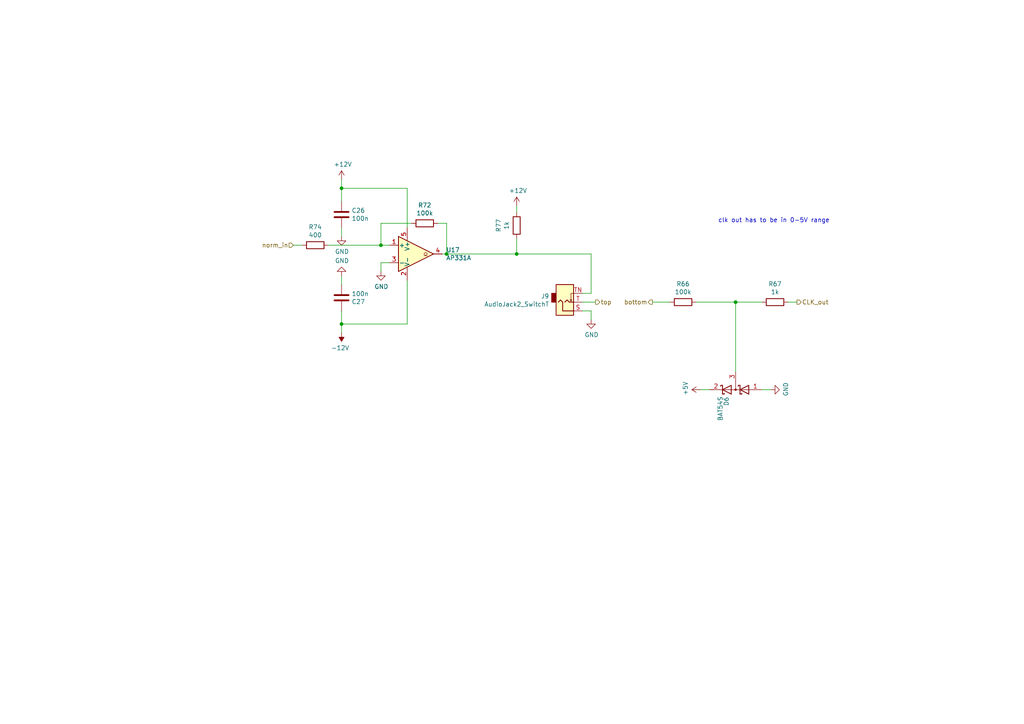
<source format=kicad_sch>
(kicad_sch (version 20231120) (generator "eeschema") (generator_version "8.0")
  (paper "A4")
  (lib_symbols
    (symbol "Comparator:LMV331" (pin_names (offset 0.127))
      (property "Reference" "U" (at 1.27 5.08 0))
      (property "Value" "LMV331" (at 3.81 -5.08 0))
      (symbol "LMV331_0_1"
        (polyline (pts (xy -5.08 5.08) (xy 5.08 0) (xy -5.08 -5.08) (xy -5.08 5.08)) (stroke (width 0.254)) (fill (type background)))
        (polyline (pts (xy 3.302 -0.508) (xy 2.794 -0.508) (xy 3.302 0) (xy 2.794 0.508) (xy 2.286 0) (xy 2.794 -0.508) (xy 2.286 -0.508)) (stroke (width 0.127)))
      )
      (symbol "LMV331_1_1"
        (pin input line (at -7.62 2.54 0) (length 2.54) (name "+") (number "1"))
        (pin power_in line (at -2.54 -7.62 90) (length 3.81) (name "V-") (number "2"))
        (pin input line (at -7.62 -2.54 0) (length 2.54) (name "-") (number "3"))
        (pin open_collector line (at 7.62 0 180) (length 2.54) (name "~") (number "4"))
        (pin power_in line (at -2.54 7.62 270) (length 3.81) (name "V+") (number "5"))
      )
    )
    (symbol "Connector:AudioJack2_SwitchT"
      (property "Reference" "J" (at 0 8.89 0))
      (property "Value" "AudioJack2_SwitchT" (at 0 6.35 0))
      (symbol "AudioJack2_SwitchT_0_1"
        (rectangle (start -2.54 0) (end -3.81 -2.54) (stroke (width 0.254)) (fill (type outline)))
        (polyline (pts (xy 1.778 -0.254) (xy 2.032 -0.762)))
        (polyline (pts (xy 0 0) (xy 0.635 -0.635) (xy 1.27 0) (xy 2.54 0)) (stroke (width 0.254)))
        (polyline (pts (xy 2.54 -2.54) (xy 1.778 -2.54) (xy 1.778 -0.254) (xy 1.524 -0.762)))
        (polyline (pts (xy 2.54 2.54) (xy -0.635 2.54) (xy -0.635 0) (xy -1.27 -0.635) (xy -1.905 0)) (stroke (width 0.254)))
        (rectangle (start 2.54 3.81) (end -2.54 -5.08) (stroke (width 0.254)) (fill (type background)))
      )
      (symbol "AudioJack2_SwitchT_1_1"
        (pin passive line (at 5.08 2.54 180) (length 2.54) (name "~") (number "S"))
        (pin passive line (at 5.08 0 180) (length 2.54) (name "~") (number "T"))
        (pin passive line (at 5.08 -2.54 180) (length 2.54) (name "~") (number "TN"))
      )
    )
    (symbol "Device:C" (pin_numbers hide) (pin_names (offset 0.254))
      (property "Reference" "C" (at 0.635 2.54 0))
      (property "Value" "C" (at 0.635 -2.54 0))
      (symbol "C_0_1"
        (polyline (pts (xy -2.032 -0.762) (xy 2.032 -0.762)) (stroke (width 0.508)))
        (polyline (pts (xy -2.032 0.762) (xy 2.032 0.762)) (stroke (width 0.508)))
      )
      (symbol "C_1_1"
        (pin passive line (at 0 3.81 270) (length 2.794) (name "~") (number "1"))
        (pin passive line (at 0 -3.81 90) (length 2.794) (name "~") (number "2"))
      )
    )
    (symbol "Device:D_Schottky_Dual_Series_AKC" (pin_names (offset 0.762) hide)
      (property "Reference" "D" (at 1.27 -2.54 0))
      (property "Value" "D_Schottky_Dual_Series_AKC" (at 0 2.54 0))
      (symbol "D_Schottky_Dual_Series_AKC_0_1"
        (polyline (pts (xy -3.81 0) (xy 3.81 0)))
        (polyline (pts (xy 0 0) (xy 0 -2.54)))
        (polyline (pts (xy 6.35 0) (xy 7.62 0)))
        (polyline (pts (xy -1.27 -1.27) (xy -1.27 1.27) (xy -1.27 1.27)) (stroke (width 0.254)))
        (polyline (pts (xy 3.81 1.27) (xy 3.81 -1.27) (xy 3.81 -1.27)) (stroke (width 0.254)))
        (polyline (pts (xy -1.27 -1.27) (xy -0.762 -1.27) (xy -0.762 -1.016) (xy -0.762 -1.016)) (stroke (width 0.254)))
        (polyline (pts (xy 3.81 -1.27) (xy 4.318 -1.27) (xy 4.318 -1.016) (xy 4.318 -1.016)) (stroke (width 0.254)))
        (polyline (pts (xy 3.81 1.27) (xy 3.302 1.27) (xy 3.302 1.016) (xy 3.302 1.016)) (stroke (width 0.254)))
        (polyline (pts (xy -1.778 1.016) (xy -1.778 1.27) (xy -1.27 1.27) (xy -1.27 1.27) (xy -1.27 1.27)) (stroke (width 0.254)))
        (polyline (pts (xy -3.81 1.27) (xy -1.27 0) (xy -3.81 -1.27) (xy -3.81 1.27) (xy -3.81 1.27) (xy -3.81 1.27)) (stroke (width 0.254)))
        (polyline (pts (xy 1.27 1.27) (xy 3.81 0) (xy 1.27 -1.27) (xy 1.27 1.27) (xy 1.27 1.27) (xy 1.27 1.27)) (stroke (width 0.254)))
        (circle (center 0 0) (radius 0.254) (fill (type outline)))
        (pin passive line (at -7.62 0 0) (length 3.81) (name "A") (number "1"))
        (pin passive line (at 7.62 0 180) (length 3.81) (name "K") (number "2"))
        (pin passive line (at 0 -5.08 90) (length 2.54) (name "common") (number "3"))
      )
    )
    (symbol "Device:R" (pin_numbers hide) (pin_names (offset 0))
      (property "Reference" "R" (at 2.032 0 90))
      (property "Value" "R" (at 0 0 90))
      (symbol "R_0_1"
        (rectangle (start -1.016 -2.54) (end 1.016 2.54) (stroke (width 0.254)))
      )
      (symbol "R_1_1"
        (pin passive line (at 0 3.81 270) (length 1.27) (name "~") (number "1"))
        (pin passive line (at 0 -3.81 90) (length 1.27) (name "~") (number "2"))
      )
    )
    (symbol "power:+12V" (power) (pin_names (offset 0))
      (property "Value" "+12V" (at 0 3.556 0))
      (symbol "+12V_0_1"
        (polyline (pts (xy -0.762 1.27) (xy 0 2.54)))
        (polyline (pts (xy 0 0) (xy 0 2.54)))
        (polyline (pts (xy 0 2.54) (xy 0.762 1.27)))
      )
      (symbol "+12V_1_1"
        (pin power_in line (at 0 0 90) (length 0) hide (name "+12V") (number "1"))
      )
    )
    (symbol "power:+5V" (power) (pin_names (offset 0))
      (property "Value" "+5V" (at 0 3.556 0))
      (symbol "+5V_0_1"
        (polyline (pts (xy -0.762 1.27) (xy 0 2.54)))
        (polyline (pts (xy 0 0) (xy 0 2.54)))
        (polyline (pts (xy 0 2.54) (xy 0.762 1.27)))
      )
      (symbol "+5V_1_1"
        (pin power_in line (at 0 0 90) (length 0) hide (name "+5V") (number "1"))
      )
    )
    (symbol "power:-12V" (power) (pin_names (offset 0))
      (property "Value" "-12V" (at 0 3.81 0))
      (symbol "-12V_0_0"
        (pin power_in line (at 0 0 90) (length 0) hide (name "-12V") (number "1"))
      )
      (symbol "-12V_0_1"
        (polyline (pts (xy 0 0) (xy 0 1.27) (xy 0.762 1.27) (xy 0 2.54) (xy -0.762 1.27) (xy 0 1.27)) (fill (type outline)))
      )
    )
    (symbol "power:GND" (power) (pin_names (offset 0))
      (property "Value" "GND" (at 0 -3.81 0))
      (symbol "GND_0_1"
        (polyline (pts (xy 0 0) (xy 0 -1.27) (xy 1.27 -1.27) (xy 0 -2.54) (xy -1.27 -1.27) (xy 0 -1.27)))
      )
      (symbol "GND_1_1"
        (pin power_in line (at 0 0 270) (length 0) hide (name "GND") (number "1"))
      )
    )
  )
  (junction (at 99.06 54.61))
  (junction (at 149.86 73.66))
  (junction (at 110.49 71.12))
  (junction (at 213.36 87.63))
  (junction (at 129.54 73.66))
  (junction (at 99.06 93.98))
  (wire (pts (xy 110.49 78.74) (xy 110.49 76.2)))
  (wire (pts (xy 99.06 93.98) (xy 99.06 90.17)))
  (wire (pts (xy 223.52 113.03) (xy 220.98 113.03)))
  (wire (pts (xy 110.49 76.2) (xy 113.03 76.2)))
  (wire (pts (xy 149.86 73.66) (xy 171.45 73.66)))
  (wire (pts (xy 168.91 90.17) (xy 171.45 90.17)))
  (wire (pts (xy 189.23 87.63) (xy 194.31 87.63)))
  (wire (pts (xy 99.06 93.98) (xy 99.06 96.52)))
  (wire (pts (xy 99.06 80.01) (xy 99.06 82.55)))
  (wire (pts (xy 99.06 54.61) (xy 99.06 58.42)))
  (wire (pts (xy 172.72 87.63) (xy 168.91 87.63)))
  (wire (pts (xy 99.06 93.98) (xy 118.11 93.98)))
  (wire (pts (xy 149.86 59.69) (xy 149.86 61.595)))
  (wire (pts (xy 201.93 87.63) (xy 213.36 87.63)))
  (wire (pts (xy 127 64.77) (xy 129.54 64.77)))
  (wire (pts (xy 129.54 73.66) (xy 149.86 73.66)))
  (wire (pts (xy 95.25 71.12) (xy 110.49 71.12)))
  (wire (pts (xy 129.54 64.77) (xy 129.54 73.66)))
  (wire (pts (xy 87.63 71.12) (xy 85.09 71.12)))
  (wire (pts (xy 171.45 90.17) (xy 171.45 92.71)))
  (wire (pts (xy 118.11 54.61) (xy 99.06 54.61)))
  (wire (pts (xy 118.11 93.98) (xy 118.11 81.28)))
  (wire (pts (xy 110.49 71.12) (xy 113.03 71.12)))
  (wire (pts (xy 99.06 52.07) (xy 99.06 54.61)))
  (wire (pts (xy 203.2 113.03) (xy 205.74 113.03)))
  (wire (pts (xy 213.36 107.95) (xy 213.36 87.63)))
  (wire (pts (xy 99.06 68.58) (xy 99.06 66.04)))
  (wire (pts (xy 171.45 85.09) (xy 168.91 85.09)))
  (wire (pts (xy 118.11 66.04) (xy 118.11 54.61)))
  (wire (pts (xy 213.36 87.63) (xy 220.98 87.63)))
  (wire (pts (xy 231.14 87.63) (xy 228.6 87.63)))
  (wire (pts (xy 171.45 73.66) (xy 171.45 85.09)))
  (wire (pts (xy 149.86 69.215) (xy 149.86 73.66)))
  (wire (pts (xy 110.49 64.77) (xy 110.49 71.12)))
  (wire (pts (xy 119.38 64.77) (xy 110.49 64.77)))
  (wire (pts (xy 128.27 73.66) (xy 129.54 73.66)))
  (text "clk out has to be in 0-5V range\n" (at 208.28 64.77 0) (effects (font (size 1.27 1.27)) (justify left bottom)))
  (hierarchical_label "CLK_out" (shape output) (at 231.14 87.63 0))
  (hierarchical_label "top" (shape output) (at 172.72 87.63 0))
  (hierarchical_label "norm_in" (shape input) (at 85.09 71.12 180))
  (hierarchical_label "bottom" (shape output) (at 189.23 87.63 180))
  (symbol (lib_id "Device:R") (at 224.79 87.63 270) (unit 1)
    (property "Reference" "R67" (at 224.79 82.3722 90))
    (property "Value" "1k" (at 224.79 84.6836 90))
    (property "Footprint" "Resistor_SMD:R_0603_1608Metric" (effects (hide yes)))
  )
  (symbol (lib_id "Device:R") (at 198.12 87.63 90) (unit 1)
    (property "Reference" "R66" (at 198.12 82.3722 90))
    (property "Value" "100k" (at 198.12 84.6836 90))
    (property "Footprint" "Resistor_SMD:R_0603_1608Metric" (effects (hide yes)))
  )
  (symbol (lib_id "Connector:AudioJack2_SwitchT") (at 163.83 87.63 0) (mirror x) (unit 1)
    (property "Reference" "J9" (at 159.2834 85.9282 0) (effects (justify right)))
    (property "Value" "AudioJack2_SwitchT" (at 159.2834 88.2396 0) (effects (justify right)))
    (property "Footprint" "jacks:thonkiconn" (effects (hide yes)))
  )
  (symbol (lib_id "power:GND") (at 171.45 92.71 0) (unit 1)
    (property "Reference" "#PWR0183" (effects (hide yes)))
    (property "Value" "GND" (at 171.577 97.1042 0))
  )
  (symbol (lib_id "Comparator:LMV331") (at 120.65 73.66 0) (unit 1)
    (property "Reference" "U17" (at 129.3876 72.4916 0) (effects (justify left)))
    (property "Value" "AP331A" (at 129.3876 74.803 0) (effects (justify left)))
    (property "Footprint" "Package_TO_SOT_SMD:SOT-23-5" (effects (hide yes)))
    (property "Datasheet" "http://www.ti.com/lit/ds/symlink/lmv331.pdf" (effects (hide yes)))
  )
  (symbol (lib_id "power:GND") (at 110.49 78.74 0) (unit 1)
    (property "Reference" "#PWR0185" (effects (hide yes)))
    (property "Value" "GND" (at 110.617 83.1342 0))
  )
  (symbol (lib_id "power:-12V") (at 99.06 96.52 180) (unit 1)
    (property "Reference" "#PWR0186" (effects (hide yes)))
    (property "Value" "-12V" (at 98.679 100.9142 0))
  )
  (symbol (lib_id "power:+12V") (at 99.06 52.07 0) (unit 1)
    (property "Reference" "#PWR0196" (effects (hide yes)))
    (property "Value" "+12V" (at 99.441 47.6758 0))
  )
  (symbol (lib_id "Device:C") (at 99.06 62.23 0) (unit 1)
    (property "Reference" "C26" (at 101.981 61.0616 0) (effects (justify left)))
    (property "Value" "100n" (at 101.981 63.373 0) (effects (justify left)))
    (property "Footprint" "Capacitor_SMD:C_0603_1608Metric" (effects (hide yes)))
  )
  (symbol (lib_id "power:GND") (at 99.06 68.58 0) (unit 1)
    (property "Reference" "#PWR0197" (effects (hide yes)))
    (property "Value" "GND" (at 99.187 72.9742 0))
  )
  (symbol (lib_id "Device:C") (at 99.06 86.36 0) (mirror x) (unit 1)
    (property "Reference" "C27" (at 101.981 87.5284 0) (effects (justify left)))
    (property "Value" "100n" (at 101.981 85.217 0) (effects (justify left)))
    (property "Footprint" "Capacitor_SMD:C_0603_1608Metric" (effects (hide yes)))
  )
  (symbol (lib_id "power:GND") (at 99.06 80.01 0) (mirror x) (unit 1)
    (property "Reference" "#PWR0198" (effects (hide yes)))
    (property "Value" "GND" (at 99.187 75.6158 0))
  )
  (symbol (lib_id "power:+5V") (at 203.2 113.03 90) (unit 1)
    (property "Reference" "#PWR0199" (effects (hide yes)))
    (property "Value" "+5V" (at 198.8058 112.649 0))
  )
  (symbol (lib_id "power:GND") (at 223.52 113.03 90) (unit 1)
    (property "Reference" "#PWR0200" (effects (hide yes)))
    (property "Value" "GND" (at 227.9142 112.903 0))
  )
  (symbol (lib_id "Device:R") (at 91.44 71.12 270) (unit 1)
    (property "Reference" "R74" (at 91.44 65.8622 90))
    (property "Value" "400" (at 91.44 68.1736 90))
    (property "Footprint" "Resistor_SMD:R_0603_1608Metric" (effects (hide yes)))
  )
  (symbol (lib_id "Device:R") (at 123.19 64.77 270) (unit 1)
    (property "Reference" "R72" (at 123.19 59.5122 90))
    (property "Value" "100k" (at 123.19 61.8236 90))
    (property "Footprint" "Resistor_SMD:R_0603_1608Metric" (effects (hide yes)))
  )
  (symbol (lib_id "Device:R") (at 149.86 65.405 0) (unit 1)
    (property "Reference" "R77" (at 144.6022 65.405 90))
    (property "Value" "1k" (at 146.9136 65.405 90))
    (property "Footprint" "Resistor_SMD:R_0603_1608Metric" (effects (hide yes)))
  )
  (symbol (lib_id "power:+12V") (at 149.86 59.69 0) (unit 1)
    (property "Reference" "#PWR0257" (effects (hide yes)))
    (property "Value" "+12V" (at 150.241 55.2958 0))
  )
  (symbol (lib_id "Device:D_Schottky_Dual_Series_AKC") (at 213.36 113.03 180) (unit 1)
    (property "Reference" "D6" (at 210.6838 115.0619 90) (effects (justify left)))
    (property "Value" "BAT54S" (at 208.915 114.935 90) (effects (justify left)))
    (property "Footprint" "Package_TO_SOT_SMD:SOT-23" (effects (hide yes)))
  )
)
</source>
